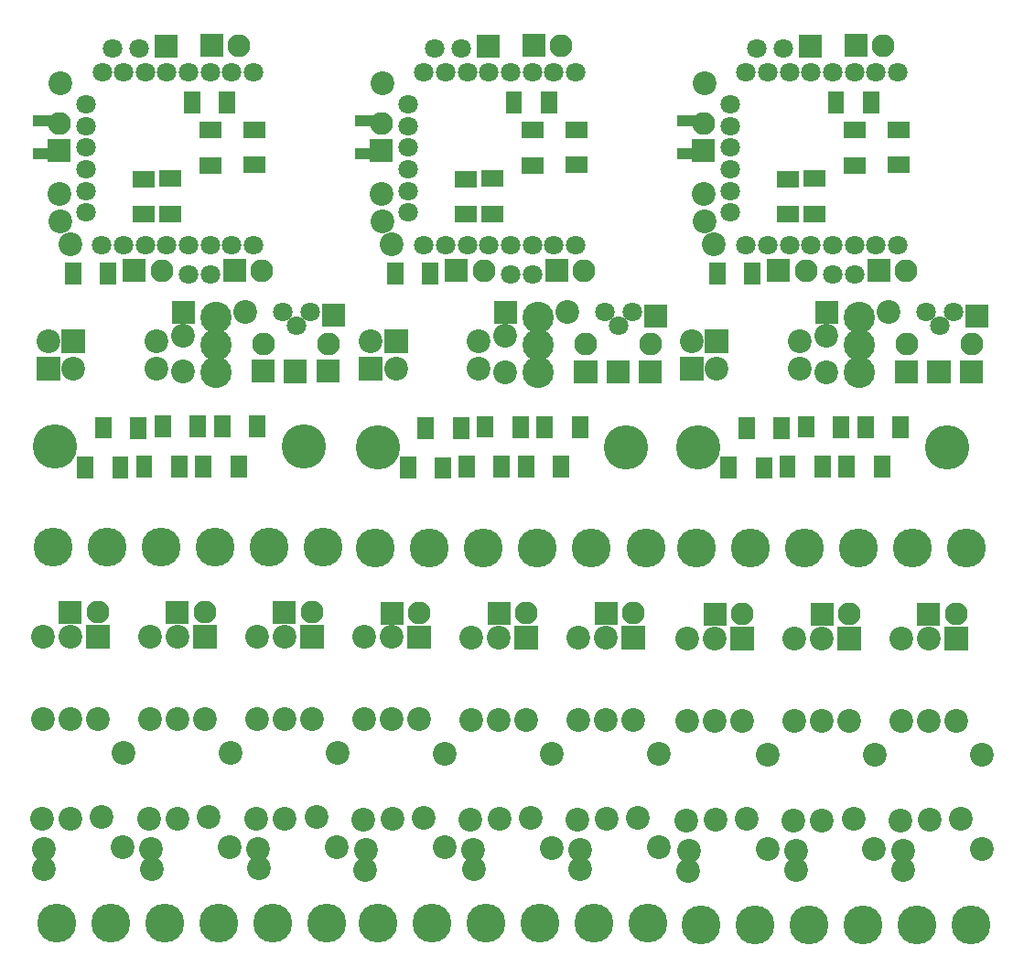
<source format=gbr>
%FSLAX34Y34*%
%MOMM*%
%LNSOLDERMASK_BOTTOM*%
G71*
G01*
%ADD10C, 2.200*%
%ADD11C, 1.800*%
%ADD12R, 1.800X1.070*%
%ADD13C, 2.120*%
%ADD14R, 2.000X1.500*%
%ADD15R, 1.500X2.000*%
%ADD16C, 4.100*%
%ADD17C, 2.200*%
%ADD18C, 3.600*%
%ADD19C, 2.900*%
%ADD20C, 1.800*%
%ADD21C, 2.200*%
%ADD22C, 2.000*%
%LPD*%
X32022Y947422D02*
G54D10*
D03*
X31932Y819178D02*
G54D10*
D03*
X210739Y957395D02*
G54D11*
D03*
X190739Y957395D02*
G54D11*
D03*
X170739Y957395D02*
G54D11*
D03*
X150739Y957395D02*
G54D11*
D03*
X130739Y957395D02*
G54D11*
D03*
X110739Y957395D02*
G54D11*
D03*
X90739Y957395D02*
G54D11*
D03*
X70739Y957395D02*
G54D11*
D03*
X55739Y927395D02*
G54D11*
D03*
X55739Y907395D02*
G54D11*
D03*
X55739Y887395D02*
G54D11*
D03*
X55739Y867395D02*
G54D11*
D03*
X55739Y847395D02*
G54D11*
D03*
X55739Y827395D02*
G54D11*
D03*
X70700Y797600D02*
G54D11*
D03*
X90700Y797600D02*
G54D11*
D03*
X110700Y797600D02*
G54D11*
D03*
X130700Y797600D02*
G54D11*
D03*
X150700Y797600D02*
G54D11*
D03*
X170700Y797600D02*
G54D11*
D03*
X190700Y797600D02*
G54D11*
D03*
X210700Y797600D02*
G54D11*
D03*
X41100Y797700D02*
G54D10*
D03*
X31222Y844978D02*
G54D10*
D03*
G36*
X140616Y971095D02*
X119416Y971095D01*
X119416Y992295D01*
X140616Y992295D01*
X140616Y971095D01*
G37*
X15622Y912609D02*
G54D12*
D03*
X15622Y882209D02*
G54D12*
D03*
G36*
X20722Y874009D02*
X20722Y895209D01*
X41922Y895209D01*
X41922Y874009D01*
X20722Y874009D01*
G37*
X31322Y910009D02*
G54D13*
D03*
G36*
X161700Y992500D02*
X182900Y992500D01*
X182900Y971300D01*
X161700Y971300D01*
X161700Y992500D01*
G37*
X197700Y981900D02*
G54D13*
D03*
X211501Y904316D02*
G54D14*
D03*
X211401Y871816D02*
G54D14*
D03*
X170801Y903616D02*
G54D14*
D03*
X170701Y871116D02*
G54D14*
D03*
G36*
X146312Y939128D02*
X161312Y939128D01*
X161312Y919128D01*
X146312Y919128D01*
X146312Y939128D01*
G37*
X186312Y929028D02*
G54D15*
D03*
X109201Y858516D02*
G54D14*
D03*
X109101Y826016D02*
G54D14*
D03*
X133901Y858616D02*
G54D14*
D03*
X133801Y826116D02*
G54D14*
D03*
G36*
X36612Y780728D02*
X51612Y780728D01*
X51612Y760728D01*
X36612Y760728D01*
X36612Y780728D01*
G37*
X76612Y770628D02*
G54D15*
D03*
G36*
X89900Y784200D02*
X111100Y784200D01*
X111100Y763000D01*
X89900Y763000D01*
X89900Y784200D01*
G37*
X125900Y773600D02*
G54D13*
D03*
X104639Y979195D02*
G54D11*
D03*
X80639Y979195D02*
G54D11*
D03*
X150800Y770100D02*
G54D11*
D03*
X170800Y770100D02*
G54D11*
D03*
G36*
X182700Y784500D02*
X203900Y784500D01*
X203900Y763300D01*
X182700Y763300D01*
X182700Y784500D01*
G37*
X218700Y773900D02*
G54D13*
D03*
X330022Y947422D02*
G54D10*
D03*
X329932Y819178D02*
G54D10*
D03*
X508739Y957395D02*
G54D11*
D03*
X488739Y957395D02*
G54D11*
D03*
X468739Y957395D02*
G54D11*
D03*
X448739Y957395D02*
G54D11*
D03*
X428739Y957395D02*
G54D11*
D03*
X408739Y957395D02*
G54D11*
D03*
X388739Y957395D02*
G54D11*
D03*
X368739Y957395D02*
G54D11*
D03*
X353739Y927395D02*
G54D11*
D03*
X353739Y907395D02*
G54D11*
D03*
X353739Y887395D02*
G54D11*
D03*
X353739Y867395D02*
G54D11*
D03*
X353739Y847395D02*
G54D11*
D03*
X353739Y827395D02*
G54D11*
D03*
X368700Y797600D02*
G54D11*
D03*
X388700Y797600D02*
G54D11*
D03*
X408700Y797600D02*
G54D11*
D03*
X428700Y797600D02*
G54D11*
D03*
X448700Y797600D02*
G54D11*
D03*
X468700Y797600D02*
G54D11*
D03*
X488700Y797600D02*
G54D11*
D03*
X508700Y797600D02*
G54D11*
D03*
X339100Y797700D02*
G54D10*
D03*
X329222Y844978D02*
G54D10*
D03*
G36*
X438616Y971095D02*
X417416Y971095D01*
X417416Y992295D01*
X438616Y992295D01*
X438616Y971095D01*
G37*
X313622Y912609D02*
G54D12*
D03*
X313622Y882209D02*
G54D12*
D03*
G36*
X318722Y874009D02*
X318722Y895209D01*
X339922Y895209D01*
X339922Y874009D01*
X318722Y874009D01*
G37*
X329322Y910009D02*
G54D13*
D03*
G36*
X459700Y992500D02*
X480900Y992500D01*
X480900Y971300D01*
X459700Y971300D01*
X459700Y992500D01*
G37*
X495700Y981900D02*
G54D13*
D03*
X509501Y904316D02*
G54D14*
D03*
X509401Y871816D02*
G54D14*
D03*
X468801Y903616D02*
G54D14*
D03*
X468701Y871116D02*
G54D14*
D03*
G36*
X444312Y939128D02*
X459312Y939128D01*
X459312Y919128D01*
X444312Y919128D01*
X444312Y939128D01*
G37*
X484312Y929028D02*
G54D15*
D03*
X407201Y858516D02*
G54D14*
D03*
X407101Y826016D02*
G54D14*
D03*
X431901Y858616D02*
G54D14*
D03*
X431801Y826116D02*
G54D14*
D03*
G36*
X334612Y780728D02*
X349612Y780728D01*
X349612Y760728D01*
X334612Y760728D01*
X334612Y780728D01*
G37*
X374612Y770628D02*
G54D15*
D03*
G36*
X387900Y784200D02*
X409100Y784200D01*
X409100Y763000D01*
X387900Y763000D01*
X387900Y784200D01*
G37*
X423900Y773600D02*
G54D13*
D03*
X402639Y979195D02*
G54D11*
D03*
X378639Y979195D02*
G54D11*
D03*
X448800Y770100D02*
G54D11*
D03*
X468800Y770100D02*
G54D11*
D03*
G36*
X480700Y784500D02*
X501900Y784500D01*
X501900Y763300D01*
X480700Y763300D01*
X480700Y784500D01*
G37*
X516700Y773900D02*
G54D13*
D03*
X628022Y947422D02*
G54D10*
D03*
X627932Y819178D02*
G54D10*
D03*
X806739Y957395D02*
G54D11*
D03*
X786739Y957395D02*
G54D11*
D03*
X766739Y957395D02*
G54D11*
D03*
X746739Y957395D02*
G54D11*
D03*
X726739Y957395D02*
G54D11*
D03*
X706739Y957395D02*
G54D11*
D03*
X686739Y957395D02*
G54D11*
D03*
X666739Y957395D02*
G54D11*
D03*
X651739Y927395D02*
G54D11*
D03*
X651739Y907395D02*
G54D11*
D03*
X651739Y887395D02*
G54D11*
D03*
X651739Y867395D02*
G54D11*
D03*
X651739Y847395D02*
G54D11*
D03*
X651739Y827395D02*
G54D11*
D03*
X666700Y797600D02*
G54D11*
D03*
X686700Y797600D02*
G54D11*
D03*
X706700Y797600D02*
G54D11*
D03*
X726700Y797600D02*
G54D11*
D03*
X746700Y797600D02*
G54D11*
D03*
X766700Y797600D02*
G54D11*
D03*
X786700Y797600D02*
G54D11*
D03*
X806700Y797600D02*
G54D11*
D03*
X637100Y797700D02*
G54D10*
D03*
X627222Y844978D02*
G54D10*
D03*
G36*
X736616Y971095D02*
X715416Y971095D01*
X715416Y992295D01*
X736616Y992295D01*
X736616Y971095D01*
G37*
X611622Y912609D02*
G54D12*
D03*
X611622Y882209D02*
G54D12*
D03*
G36*
X616722Y874009D02*
X616722Y895209D01*
X637922Y895209D01*
X637922Y874009D01*
X616722Y874009D01*
G37*
X627322Y910009D02*
G54D13*
D03*
G36*
X757700Y992500D02*
X778900Y992500D01*
X778900Y971300D01*
X757700Y971300D01*
X757700Y992500D01*
G37*
X793700Y981900D02*
G54D13*
D03*
X807501Y904316D02*
G54D14*
D03*
X807401Y871816D02*
G54D14*
D03*
X766801Y903616D02*
G54D14*
D03*
X766701Y871116D02*
G54D14*
D03*
G36*
X742312Y939128D02*
X757312Y939128D01*
X757312Y919128D01*
X742312Y919128D01*
X742312Y939128D01*
G37*
X782312Y929028D02*
G54D15*
D03*
X705201Y858516D02*
G54D14*
D03*
X705101Y826016D02*
G54D14*
D03*
X729901Y858616D02*
G54D14*
D03*
X729801Y826116D02*
G54D14*
D03*
G36*
X632612Y780728D02*
X647612Y780728D01*
X647612Y760728D01*
X632612Y760728D01*
X632612Y780728D01*
G37*
X672612Y770628D02*
G54D15*
D03*
G36*
X685900Y784200D02*
X707100Y784200D01*
X707100Y763000D01*
X685900Y763000D01*
X685900Y784200D01*
G37*
X721900Y773600D02*
G54D13*
D03*
X700639Y979195D02*
G54D11*
D03*
X676639Y979195D02*
G54D11*
D03*
X746800Y770100D02*
G54D11*
D03*
X766800Y770100D02*
G54D11*
D03*
G36*
X778700Y784500D02*
X799900Y784500D01*
X799900Y763300D01*
X778700Y763300D01*
X778700Y784500D01*
G37*
X814700Y773900D02*
G54D13*
D03*
X27320Y610700D02*
G54D16*
D03*
X257320Y610700D02*
G54D16*
D03*
X27320Y610700D02*
G54D16*
D03*
X257320Y610700D02*
G54D16*
D03*
G36*
X33332Y719461D02*
X55332Y719461D01*
X55332Y697461D01*
X33332Y697461D01*
X33332Y719461D01*
G37*
X44332Y682961D02*
G54D17*
D03*
X120832Y708461D02*
G54D17*
D03*
X120832Y682961D02*
G54D17*
D03*
X20885Y708696D02*
G54D10*
D03*
G36*
X9885Y672296D02*
X9885Y694296D01*
X31885Y694296D01*
X31885Y672296D01*
X9885Y672296D01*
G37*
X202877Y735724D02*
G54D10*
D03*
X275380Y517700D02*
G54D18*
D03*
X225380Y517700D02*
G54D18*
D03*
X175380Y517700D02*
G54D18*
D03*
X125380Y517700D02*
G54D18*
D03*
X75400Y517700D02*
G54D18*
D03*
X25400Y517700D02*
G54D18*
D03*
G36*
X64475Y638399D02*
X79475Y638399D01*
X79476Y618399D01*
X64476Y618399D01*
X64475Y638399D01*
G37*
X104475Y628299D02*
G54D15*
D03*
X55256Y591499D02*
G54D15*
D03*
G36*
X80256Y601399D02*
X95256Y601399D01*
X95256Y581399D01*
X80256Y581399D01*
X80256Y601399D01*
G37*
X164575Y592499D02*
G54D15*
D03*
X197075Y592399D02*
G54D15*
D03*
G36*
X102075Y602499D02*
X117075Y602499D01*
X117076Y582499D01*
X102076Y582499D01*
X102075Y602499D01*
G37*
X142075Y592399D02*
G54D15*
D03*
X181975Y629399D02*
G54D15*
D03*
X214475Y629299D02*
G54D15*
D03*
G36*
X119475Y639399D02*
X134475Y639399D01*
X134476Y619399D01*
X119476Y619399D01*
X119475Y639399D01*
G37*
X159475Y629299D02*
G54D15*
D03*
X176001Y730403D02*
G54D19*
D03*
X176001Y705003D02*
G54D19*
D03*
X176001Y679603D02*
G54D19*
D03*
X176001Y730403D02*
G54D19*
D03*
X176001Y705003D02*
G54D19*
D03*
X176001Y679603D02*
G54D19*
D03*
X145547Y679973D02*
G54D10*
D03*
G36*
X269271Y669879D02*
X269271Y691079D01*
X290471Y691079D01*
X290471Y669879D01*
X269271Y669879D01*
G37*
X279871Y705879D02*
G54D13*
D03*
G36*
X209271Y669879D02*
X209271Y691079D01*
X230471Y691079D01*
X230471Y669879D01*
X209271Y669879D01*
G37*
X219871Y705879D02*
G54D13*
D03*
G36*
X135106Y745995D02*
X156306Y745995D01*
X156306Y724795D01*
X135106Y724795D01*
X135106Y745995D01*
G37*
X237600Y735550D02*
G54D20*
D03*
X250300Y722850D02*
G54D20*
D03*
X263000Y735550D02*
G54D20*
D03*
X237600Y735550D02*
G54D20*
D03*
X250300Y722850D02*
G54D20*
D03*
X263000Y735550D02*
G54D20*
D03*
X145647Y713473D02*
G54D10*
D03*
G36*
X239106Y690995D02*
X260306Y690995D01*
X260306Y669795D01*
X239106Y669795D01*
X239106Y690995D01*
G37*
G36*
X274106Y742995D02*
X295306Y742995D01*
X295306Y721795D01*
X274106Y721795D01*
X274106Y742995D01*
G37*
X325614Y610305D02*
G54D16*
D03*
X555614Y610305D02*
G54D16*
D03*
X325614Y610305D02*
G54D16*
D03*
X555614Y610305D02*
G54D16*
D03*
G36*
X331626Y719066D02*
X353626Y719066D01*
X353626Y697066D01*
X331626Y697066D01*
X331626Y719066D01*
G37*
X342626Y682566D02*
G54D17*
D03*
X419126Y708066D02*
G54D17*
D03*
X419126Y682566D02*
G54D17*
D03*
X319179Y708301D02*
G54D10*
D03*
G36*
X308179Y671901D02*
X308179Y693901D01*
X330179Y693901D01*
X330179Y671901D01*
X308179Y671901D01*
G37*
X501171Y735329D02*
G54D10*
D03*
X573674Y517304D02*
G54D18*
D03*
X523674Y517304D02*
G54D18*
D03*
X473674Y517304D02*
G54D18*
D03*
X423674Y517304D02*
G54D18*
D03*
X373694Y517305D02*
G54D18*
D03*
X323694Y517305D02*
G54D18*
D03*
G36*
X362770Y638004D02*
X377770Y638004D01*
X377770Y618004D01*
X362770Y618004D01*
X362770Y638004D01*
G37*
X402770Y627904D02*
G54D15*
D03*
X353551Y591104D02*
G54D15*
D03*
G36*
X378550Y601004D02*
X393550Y601004D01*
X393551Y581004D01*
X378551Y581004D01*
X378550Y601004D01*
G37*
X462870Y592104D02*
G54D15*
D03*
X495370Y592004D02*
G54D15*
D03*
G36*
X400370Y602104D02*
X415370Y602104D01*
X415370Y582104D01*
X400370Y582104D01*
X400370Y602104D01*
G37*
X440370Y592004D02*
G54D15*
D03*
X480270Y629004D02*
G54D15*
D03*
X512770Y628904D02*
G54D15*
D03*
G36*
X417770Y639004D02*
X432770Y639004D01*
X432770Y619004D01*
X417770Y619004D01*
X417770Y639004D01*
G37*
X457770Y628904D02*
G54D15*
D03*
X474295Y730007D02*
G54D19*
D03*
X474295Y704607D02*
G54D19*
D03*
X474295Y679207D02*
G54D19*
D03*
X474295Y730007D02*
G54D19*
D03*
X474295Y704607D02*
G54D19*
D03*
X474295Y679207D02*
G54D19*
D03*
X443842Y679578D02*
G54D10*
D03*
G36*
X567565Y669484D02*
X567565Y690684D01*
X588765Y690684D01*
X588765Y669484D01*
X567565Y669484D01*
G37*
X578165Y705484D02*
G54D13*
D03*
G36*
X507565Y669484D02*
X507565Y690684D01*
X528765Y690684D01*
X528765Y669484D01*
X507565Y669484D01*
G37*
X518165Y705484D02*
G54D13*
D03*
G36*
X433400Y745600D02*
X454600Y745600D01*
X454600Y724400D01*
X433400Y724400D01*
X433400Y745600D01*
G37*
X535894Y735155D02*
G54D20*
D03*
X548594Y722455D02*
G54D20*
D03*
X561294Y735155D02*
G54D20*
D03*
X535894Y735155D02*
G54D20*
D03*
X548594Y722455D02*
G54D20*
D03*
X561294Y735155D02*
G54D20*
D03*
X443942Y713078D02*
G54D10*
D03*
G36*
X537400Y690600D02*
X558600Y690600D01*
X558600Y669400D01*
X537400Y669400D01*
X537400Y690600D01*
G37*
G36*
X572400Y742600D02*
X593600Y742600D01*
X593600Y721400D01*
X572400Y721400D01*
X572400Y742600D01*
G37*
X622614Y610305D02*
G54D16*
D03*
X852614Y610305D02*
G54D16*
D03*
X622614Y610305D02*
G54D16*
D03*
X852614Y610305D02*
G54D16*
D03*
G36*
X628626Y719066D02*
X650626Y719066D01*
X650626Y697066D01*
X628626Y697066D01*
X628626Y719066D01*
G37*
X639626Y682566D02*
G54D17*
D03*
X716126Y708066D02*
G54D17*
D03*
X716126Y682566D02*
G54D17*
D03*
X616179Y708301D02*
G54D10*
D03*
G36*
X605179Y671901D02*
X605179Y693901D01*
X627179Y693901D01*
X627179Y671901D01*
X605179Y671901D01*
G37*
X798171Y735329D02*
G54D10*
D03*
X870674Y517304D02*
G54D18*
D03*
X820674Y517304D02*
G54D18*
D03*
X770674Y517304D02*
G54D18*
D03*
X720674Y517304D02*
G54D18*
D03*
X670694Y517305D02*
G54D18*
D03*
X620694Y517305D02*
G54D18*
D03*
G36*
X659770Y638004D02*
X674770Y638004D01*
X674770Y618004D01*
X659770Y618004D01*
X659770Y638004D01*
G37*
X699770Y627904D02*
G54D15*
D03*
X650551Y591104D02*
G54D15*
D03*
G36*
X675550Y601004D02*
X690550Y601004D01*
X690551Y581004D01*
X675551Y581004D01*
X675550Y601004D01*
G37*
X759870Y592104D02*
G54D15*
D03*
X792370Y592004D02*
G54D15*
D03*
G36*
X697370Y602104D02*
X712370Y602104D01*
X712370Y582104D01*
X697370Y582104D01*
X697370Y602104D01*
G37*
X737370Y592004D02*
G54D15*
D03*
X777270Y629004D02*
G54D15*
D03*
X809770Y628904D02*
G54D15*
D03*
G36*
X714770Y639004D02*
X729770Y639004D01*
X729770Y619004D01*
X714770Y619004D01*
X714770Y639004D01*
G37*
X754770Y628904D02*
G54D15*
D03*
X771295Y730007D02*
G54D19*
D03*
X771295Y704607D02*
G54D19*
D03*
X771295Y679207D02*
G54D19*
D03*
X771295Y730007D02*
G54D19*
D03*
X771295Y704607D02*
G54D19*
D03*
X771295Y679207D02*
G54D19*
D03*
X740842Y679578D02*
G54D10*
D03*
G36*
X864565Y669484D02*
X864565Y690684D01*
X885765Y690684D01*
X885765Y669484D01*
X864565Y669484D01*
G37*
X875165Y705484D02*
G54D13*
D03*
G36*
X804565Y669484D02*
X804565Y690684D01*
X825765Y690684D01*
X825765Y669484D01*
X804565Y669484D01*
G37*
X815165Y705484D02*
G54D13*
D03*
G36*
X730400Y745600D02*
X751600Y745600D01*
X751600Y724400D01*
X730400Y724400D01*
X730400Y745600D01*
G37*
X832894Y735155D02*
G54D20*
D03*
X845594Y722455D02*
G54D20*
D03*
X858294Y735155D02*
G54D20*
D03*
X832894Y735155D02*
G54D20*
D03*
X845594Y722455D02*
G54D20*
D03*
X858294Y735155D02*
G54D20*
D03*
X740942Y713078D02*
G54D10*
D03*
G36*
X834400Y690600D02*
X855600Y690600D01*
X855600Y669400D01*
X834400Y669400D01*
X834400Y690600D01*
G37*
G36*
X869400Y742600D02*
X890600Y742600D01*
X890600Y721400D01*
X869400Y721400D01*
X869400Y742600D01*
G37*
X278454Y170129D02*
G54D18*
D03*
X228454Y170129D02*
G54D18*
D03*
X178454Y170129D02*
G54D18*
D03*
X128454Y170129D02*
G54D18*
D03*
G36*
X77654Y423929D02*
X55654Y423929D01*
X55654Y445929D01*
X77654Y445929D01*
X77654Y423929D01*
G37*
X41254Y434929D02*
G54D21*
D03*
X15854Y434929D02*
G54D21*
D03*
X15854Y358729D02*
G54D21*
D03*
X41254Y358729D02*
G54D21*
D03*
X66654Y358729D02*
G54D21*
D03*
G36*
X76654Y424929D02*
X56654Y424929D01*
X56654Y444929D01*
X76654Y444929D01*
X76654Y424929D01*
G37*
X41254Y434929D02*
G54D22*
D03*
X15854Y434929D02*
G54D22*
D03*
X15854Y358729D02*
G54D22*
D03*
X41254Y358729D02*
G54D22*
D03*
X66654Y358729D02*
G54D22*
D03*
X41685Y266764D02*
G54D10*
D03*
X15099Y266240D02*
G54D10*
D03*
X17196Y238170D02*
G54D10*
D03*
X89963Y240225D02*
G54D10*
D03*
X70685Y267764D02*
G54D10*
D03*
X90575Y327228D02*
G54D10*
D03*
X78454Y170129D02*
G54D18*
D03*
X28454Y170129D02*
G54D18*
D03*
G36*
X176679Y423800D02*
X154679Y423800D01*
X154679Y445800D01*
X176679Y445800D01*
X176679Y423800D01*
G37*
X140279Y434800D02*
G54D21*
D03*
X114879Y434800D02*
G54D21*
D03*
X114879Y358600D02*
G54D21*
D03*
X140279Y358600D02*
G54D21*
D03*
X165679Y358600D02*
G54D21*
D03*
G36*
X175679Y424800D02*
X155679Y424800D01*
X155679Y444800D01*
X175679Y444800D01*
X175679Y424800D01*
G37*
X140279Y434800D02*
G54D22*
D03*
X114879Y434800D02*
G54D22*
D03*
X114879Y358600D02*
G54D22*
D03*
X140279Y358600D02*
G54D22*
D03*
X165678Y358600D02*
G54D22*
D03*
X140710Y266636D02*
G54D10*
D03*
X114124Y266111D02*
G54D10*
D03*
X116222Y238042D02*
G54D10*
D03*
X188988Y240096D02*
G54D10*
D03*
X169710Y267636D02*
G54D10*
D03*
X189600Y327100D02*
G54D10*
D03*
G36*
X275879Y423900D02*
X253879Y423900D01*
X253879Y445900D01*
X275879Y445900D01*
X275879Y423900D01*
G37*
X239479Y434900D02*
G54D21*
D03*
X214079Y434900D02*
G54D21*
D03*
X214079Y358700D02*
G54D21*
D03*
X239479Y358700D02*
G54D21*
D03*
X264879Y358700D02*
G54D21*
D03*
G36*
X274879Y424900D02*
X254879Y424900D01*
X254879Y444900D01*
X274879Y444900D01*
X274879Y424900D01*
G37*
X239479Y434900D02*
G54D22*
D03*
X214079Y434900D02*
G54D22*
D03*
X214079Y358700D02*
G54D22*
D03*
X239479Y358700D02*
G54D22*
D03*
X264878Y358700D02*
G54D22*
D03*
X239910Y266736D02*
G54D10*
D03*
X213324Y266211D02*
G54D10*
D03*
X215422Y238142D02*
G54D10*
D03*
X288188Y240196D02*
G54D10*
D03*
X268910Y267736D02*
G54D10*
D03*
X288800Y327200D02*
G54D10*
D03*
X16675Y219507D02*
G54D10*
D03*
X116975Y220207D02*
G54D10*
D03*
X215775Y220607D02*
G54D10*
D03*
G36*
X30754Y467929D02*
X51954Y467929D01*
X51954Y446729D01*
X30754Y446729D01*
X30754Y467929D01*
G37*
X66754Y457329D02*
G54D13*
D03*
G36*
X129854Y467929D02*
X151054Y467929D01*
X151054Y446729D01*
X129854Y446729D01*
X129854Y467929D01*
G37*
X165854Y457329D02*
G54D13*
D03*
G36*
X228754Y467929D02*
X249954Y467929D01*
X249954Y446729D01*
X228754Y446729D01*
X228754Y467929D01*
G37*
X264754Y457329D02*
G54D13*
D03*
X575954Y169629D02*
G54D18*
D03*
X525954Y169629D02*
G54D18*
D03*
X475954Y169629D02*
G54D18*
D03*
X425954Y169629D02*
G54D18*
D03*
G36*
X375154Y423429D02*
X353154Y423429D01*
X353154Y445429D01*
X375154Y445429D01*
X375154Y423429D01*
G37*
X338754Y434429D02*
G54D21*
D03*
X313354Y434429D02*
G54D21*
D03*
X313354Y358229D02*
G54D21*
D03*
X338754Y358229D02*
G54D21*
D03*
X364154Y358229D02*
G54D21*
D03*
G36*
X374154Y424429D02*
X354154Y424429D01*
X354154Y444429D01*
X374154Y444429D01*
X374154Y424429D01*
G37*
X338754Y434429D02*
G54D22*
D03*
X313354Y434429D02*
G54D22*
D03*
X313354Y358229D02*
G54D22*
D03*
X338754Y358229D02*
G54D22*
D03*
X364154Y358229D02*
G54D22*
D03*
X339185Y266264D02*
G54D10*
D03*
X312599Y265740D02*
G54D10*
D03*
X314696Y237670D02*
G54D10*
D03*
X387463Y239725D02*
G54D10*
D03*
X368185Y267264D02*
G54D10*
D03*
X388075Y326728D02*
G54D10*
D03*
X375954Y169629D02*
G54D18*
D03*
X325954Y169629D02*
G54D18*
D03*
G36*
X474179Y423300D02*
X452179Y423300D01*
X452179Y445300D01*
X474179Y445300D01*
X474179Y423300D01*
G37*
X437779Y434300D02*
G54D21*
D03*
X412379Y434300D02*
G54D21*
D03*
X412379Y358100D02*
G54D21*
D03*
X437779Y358100D02*
G54D21*
D03*
X463179Y358100D02*
G54D21*
D03*
G36*
X473179Y424300D02*
X453179Y424300D01*
X453179Y444300D01*
X473179Y444300D01*
X473179Y424300D01*
G37*
X437779Y434300D02*
G54D22*
D03*
X412379Y434300D02*
G54D22*
D03*
X412379Y358100D02*
G54D22*
D03*
X437779Y358100D02*
G54D22*
D03*
X463178Y358100D02*
G54D22*
D03*
X438210Y266136D02*
G54D10*
D03*
X411624Y265611D02*
G54D10*
D03*
X413722Y237542D02*
G54D10*
D03*
X486488Y239596D02*
G54D10*
D03*
X467210Y267136D02*
G54D10*
D03*
X487100Y326600D02*
G54D10*
D03*
G36*
X573379Y423400D02*
X551379Y423400D01*
X551379Y445400D01*
X573379Y445400D01*
X573379Y423400D01*
G37*
X536979Y434400D02*
G54D21*
D03*
X511579Y434400D02*
G54D21*
D03*
X511579Y358200D02*
G54D21*
D03*
X536979Y358200D02*
G54D21*
D03*
X562379Y358200D02*
G54D21*
D03*
G36*
X572379Y424400D02*
X552379Y424400D01*
X552379Y444400D01*
X572379Y444400D01*
X572379Y424400D01*
G37*
X536979Y434400D02*
G54D22*
D03*
X511579Y434400D02*
G54D22*
D03*
X511579Y358200D02*
G54D22*
D03*
X536979Y358200D02*
G54D22*
D03*
X562378Y358200D02*
G54D22*
D03*
X537410Y266236D02*
G54D10*
D03*
X510824Y265711D02*
G54D10*
D03*
X512922Y237642D02*
G54D10*
D03*
X585688Y239696D02*
G54D10*
D03*
X566410Y267236D02*
G54D10*
D03*
X586300Y326700D02*
G54D10*
D03*
X314175Y219007D02*
G54D10*
D03*
X414475Y219707D02*
G54D10*
D03*
X513275Y220107D02*
G54D10*
D03*
G36*
X328254Y467429D02*
X349454Y467429D01*
X349454Y446229D01*
X328254Y446229D01*
X328254Y467429D01*
G37*
X364254Y456829D02*
G54D13*
D03*
G36*
X427354Y467429D02*
X448554Y467429D01*
X448554Y446229D01*
X427354Y446229D01*
X427354Y467429D01*
G37*
X463354Y456829D02*
G54D13*
D03*
G36*
X526254Y467429D02*
X547454Y467429D01*
X547454Y446229D01*
X526254Y446229D01*
X526254Y467429D01*
G37*
X562254Y456829D02*
G54D13*
D03*
X874754Y168529D02*
G54D18*
D03*
X824754Y168529D02*
G54D18*
D03*
X774754Y168529D02*
G54D18*
D03*
X724754Y168529D02*
G54D18*
D03*
G36*
X673954Y422329D02*
X651954Y422329D01*
X651954Y444329D01*
X673954Y444329D01*
X673954Y422329D01*
G37*
X637554Y433329D02*
G54D21*
D03*
X612154Y433329D02*
G54D21*
D03*
X612154Y357129D02*
G54D21*
D03*
X637554Y357129D02*
G54D21*
D03*
X662954Y357129D02*
G54D21*
D03*
G36*
X672954Y423329D02*
X652954Y423329D01*
X652954Y443329D01*
X672954Y443329D01*
X672954Y423329D01*
G37*
X637554Y433329D02*
G54D22*
D03*
X612154Y433329D02*
G54D22*
D03*
X612154Y357129D02*
G54D22*
D03*
X637554Y357129D02*
G54D22*
D03*
X662954Y357129D02*
G54D22*
D03*
X637985Y265164D02*
G54D10*
D03*
X611399Y264640D02*
G54D10*
D03*
X613496Y236570D02*
G54D10*
D03*
X686263Y238625D02*
G54D10*
D03*
X666985Y266164D02*
G54D10*
D03*
X686875Y325628D02*
G54D10*
D03*
X674754Y168529D02*
G54D18*
D03*
X624754Y168529D02*
G54D18*
D03*
G36*
X772979Y422200D02*
X750979Y422200D01*
X750979Y444200D01*
X772979Y444200D01*
X772979Y422200D01*
G37*
X736579Y433200D02*
G54D21*
D03*
X711179Y433200D02*
G54D21*
D03*
X711179Y357000D02*
G54D21*
D03*
X736579Y357000D02*
G54D21*
D03*
X761979Y357000D02*
G54D21*
D03*
G36*
X771979Y423200D02*
X751979Y423200D01*
X751979Y443200D01*
X771979Y443200D01*
X771979Y423200D01*
G37*
X736579Y433200D02*
G54D22*
D03*
X711179Y433200D02*
G54D22*
D03*
X711179Y357000D02*
G54D22*
D03*
X736579Y357000D02*
G54D22*
D03*
X761978Y357000D02*
G54D22*
D03*
X737010Y265036D02*
G54D10*
D03*
X710424Y264511D02*
G54D10*
D03*
X712522Y236442D02*
G54D10*
D03*
X785288Y238496D02*
G54D10*
D03*
X766010Y266036D02*
G54D10*
D03*
X785900Y325500D02*
G54D10*
D03*
G36*
X872179Y422300D02*
X850179Y422300D01*
X850179Y444300D01*
X872179Y444300D01*
X872179Y422300D01*
G37*
X835779Y433300D02*
G54D21*
D03*
X810379Y433300D02*
G54D21*
D03*
X810379Y357100D02*
G54D21*
D03*
X835779Y357100D02*
G54D21*
D03*
X861179Y357100D02*
G54D21*
D03*
G36*
X871179Y423300D02*
X851179Y423300D01*
X851179Y443300D01*
X871179Y443300D01*
X871179Y423300D01*
G37*
X835779Y433300D02*
G54D22*
D03*
X810379Y433300D02*
G54D22*
D03*
X810379Y357100D02*
G54D22*
D03*
X835779Y357100D02*
G54D22*
D03*
X861178Y357100D02*
G54D22*
D03*
X836210Y265136D02*
G54D10*
D03*
X809624Y264611D02*
G54D10*
D03*
X811722Y236542D02*
G54D10*
D03*
X884488Y238596D02*
G54D10*
D03*
X865210Y266136D02*
G54D10*
D03*
X885100Y325600D02*
G54D10*
D03*
X612975Y217907D02*
G54D10*
D03*
X713275Y218607D02*
G54D10*
D03*
X812075Y219007D02*
G54D10*
D03*
G36*
X627054Y466329D02*
X648254Y466329D01*
X648254Y445129D01*
X627054Y445129D01*
X627054Y466329D01*
G37*
X663054Y455729D02*
G54D13*
D03*
G36*
X726154Y466329D02*
X747354Y466329D01*
X747354Y445129D01*
X726154Y445129D01*
X726154Y466329D01*
G37*
X762154Y455729D02*
G54D13*
D03*
G36*
X825054Y466329D02*
X846254Y466329D01*
X846254Y445129D01*
X825054Y445129D01*
X825054Y466329D01*
G37*
X861054Y455729D02*
G54D13*
D03*
M02*

</source>
